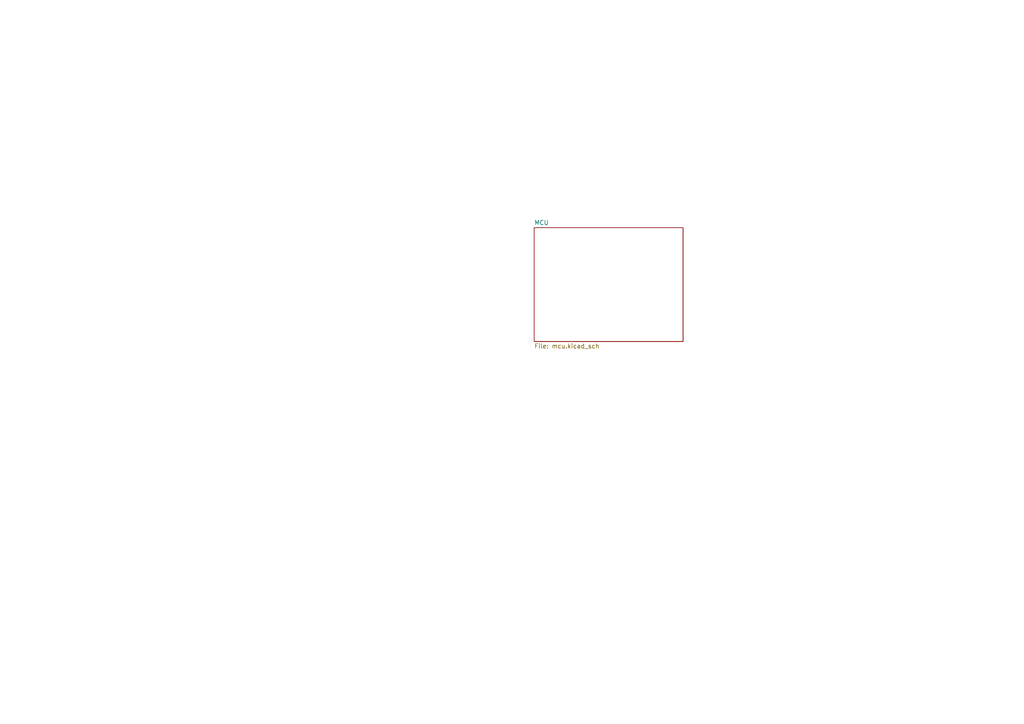
<source format=kicad_sch>
(kicad_sch (version 20230121) (generator eeschema)
  (paper "A4")
  (title_block (title "Overview") (date "2023-11-06") (rev "000") (company "Tobias Messinger"))
  (lib_symbols)
  (sheet (at 154.94 66.04) (size 43.18 33.02) (stroke (width 0.1524))
    (property "Sheetname" "MCU" (at 154.94 65.3284 0) (effects (justify left bottom)))
    (property "Sheetfile" "mcu.kicad_sch" (at 154.94 99.6446 0) (effects (justify left top)))
  )
)
</source>
